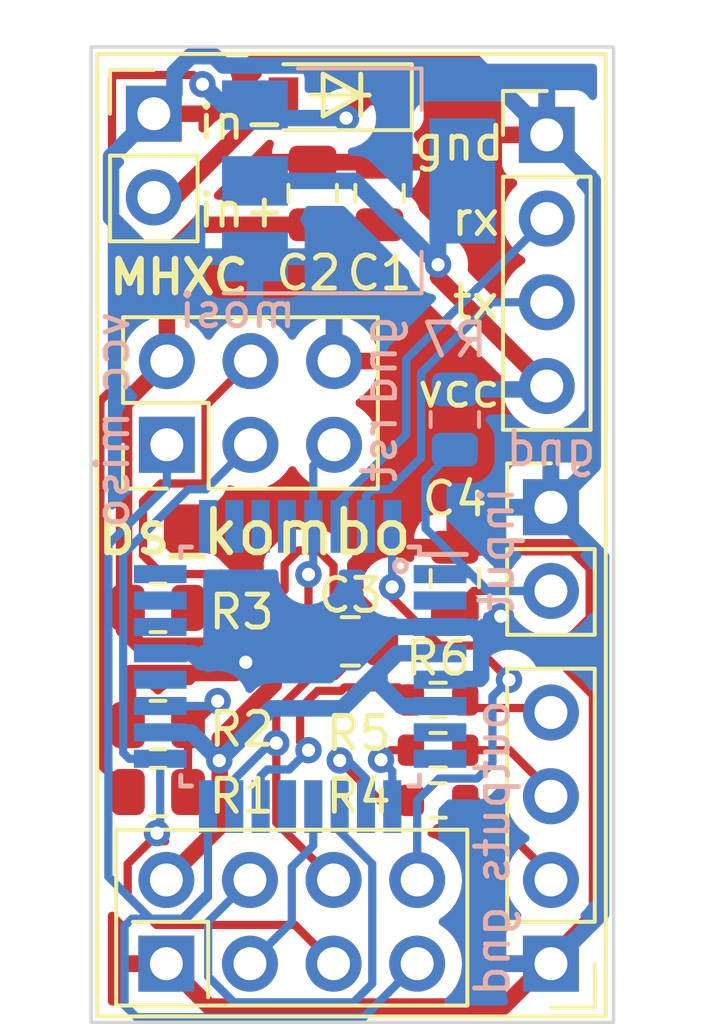
<source format=kicad_pcb>
(kicad_pcb (version 20211014) (generator pcbnew)
  (layers (0 "F.Cu" signal) (31 "B.Cu" signal) (34 "B.Paste" user) (35 "F.Paste" user) (36 "B.SilkS" user "B.Silkscreen") (37 "F.SilkS" user "F.Silkscreen") (38 "B.Mask" user) (39 "F.Mask" user) (44 "Edge.Cuts" user))
  (net 0 "")
  (net 1 "GND")
  (net 3 "+3V3")
  (net 4 "Net-(C3-Pad1)")
  (net 6 "Net-(D1-Pad1)")
  (net 7 "Net-(D1-Pad2)")
  (net 11 "Net-(J3-Pad3)")
  (net 14 "Net-(J3-Pad1)")
  (net 15 "Net-(J3-Pad4)")
  (net 20 "Net-(U2-Pad30)")
  (net 21 "Net-(J5-Pad3)")
  (net 22 "Net-(J6-Pad2)")
  (net 24 "Net-(J6-Pad3)")
  (net 25 "Net-(J6-Pad4)")
  (net 26 "Net-(C4-Pad1)")
  (net 27 "Net-(R1-Pad2)")
  (net 28 "Net-(R4-Pad2)")
  (net 29 "Net-(R5-Pad2)")
  (net 30 "Net-(R6-Pad2)")
  (net 31 "Net-(U2-Pad11)")
  (net 32 "Net-(U2-Pad12)")
  (net 33 "Net-(U2-Pad32)")
  (footprint "Capacitor_SMD:C_0805_2012Metric" (layer "F.Cu") (at 116.459 67.691 90)
    (fp_text reference "C4" (at 2.413 0) (layer "F.SilkS"))
    (fp_text value "100n")
    (fp_line (start -0.261252 -0.735) (end 0.261252 -0.735) (layer "F.SilkS") (width 0.12))
    (fp_line (start -0.261252 0.735) (end 0.261252 0.735) (layer "F.SilkS") (width 0.12))
    (pad "1" smd roundrect (at -0.95 0 90) (size 1 1.45) (layers "F.Cu" "F.Paste" "F.Mask") (net 26 "Net-(C4-Pad1)"))
    (pad "2" smd roundrect (at 0.95 0 90) (size 1 1.45) (layers "F.Cu" "F.Paste" "F.Mask") (net 1 "GND"))
  )
  (footprint "Connector_PinHeader_2.54mm:PinHeader_1x02_P2.54mm_Vertical" (layer "F.Cu") (at 119.38 65.527)
    (fp_text reference "J7" hide)
    (fp_text value "Conn_01x02")
    (fp_line (start -1.33 1.27) (end 1.33 1.27) (layer "F.SilkS") (width 0.12))
    (fp_line (start -1.33 -1.33) (end 0 -1.33) (layer "F.SilkS") (width 0.12))
    (fp_line (start -1.33 0) (end -1.33 -1.33) (layer "F.SilkS") (width 0.12))
    (fp_line (start 1.33 1.27) (end 1.33 3.87) (layer "F.SilkS") (width 0.12))
    (fp_line (start -1.33 1.27) (end -1.33 3.87) (layer "F.SilkS") (width 0.12))
    (fp_line (start -1.33 3.87) (end 1.33 3.87) (layer "F.SilkS") (width 0.12))
    (pad "1" thru_hole rect (at 0 0) (size 1.7 1.7) (drill 1) (layers *.Cu *.Mask) (net 1 "GND"))
    (pad "2" thru_hole oval (at 0 2.54) (size 1.7 1.7) (drill 1) (layers *.Cu *.Mask) (net 26 "Net-(C4-Pad1)"))
  )
  (footprint "RF_Module:nRF24L01_Breakout" (layer "F.Cu") (at 107.696 79.375 90)
    (fp_text reference "U3" hide)
    (fp_text value "NRF24L01_Breakout")
    (fp_line (start -1.27 9.144) (end -1.27 -1.524) (layer "F.SilkS") (width 0.12))
    (fp_line (start 27.6 13.35) (end -1.6 13.35) (layer "F.SilkS") (width 0.12))
    (fp_line (start 1.27 1.27) (end -1.016 1.27) (layer "F.SilkS") (width 0.12))
    (fp_line (start 4.064 -1.524) (end 4.064 9.144) (layer "F.SilkS") (width 0.12))
    (fp_line (start -1.27 -1.524) (end 4.064 -1.524) (layer "F.SilkS") (width 0.12))
    (fp_line (start -1.27 -1.524) (end -1.27 -1.524) (layer "F.SilkS") (width 0.12))
    (fp_line (start 4.064 9.144) (end -1.27 9.144) (layer "F.SilkS") (width 0.12))
    (fp_line (start 27.6 -2.1) (end 27.6 13.35) (layer "F.SilkS") (width 0.12))
    (fp_line (start -1.6 13.35) (end -1.6 -2.1) (layer "F.SilkS") (width 0.12))
    (fp_line (start 1.27 -1.016) (end 1.27 1.27) (layer "F.SilkS") (width 0.12))
    (fp_line (start -1.27 9.144) (end -1.27 9.144) (layer "F.SilkS") (width 0.12))
    (fp_line (start -1.6 -2.1) (end -1.6 -2.1) (layer "F.SilkS") (width 0.12))
    (fp_line (start -1.016 1.27) (end -1.016 1.27) (layer "F.SilkS") (width 0.12))
    (fp_line (start -1.6 -2.1) (end 27.6 -2.1) (layer "F.SilkS") (width 0.12))
    (pad "1" thru_hole rect (at 0 0 90) (size 1.7 1.7) (drill 1) (layers *.Cu *.Mask) (net 1 "GND"))
    (pad "2" thru_hole circle (at 2.54 0 90) (size 1.7 1.7) (drill 1) (layers *.Cu *.Mask) (net 3 "+3V3"))
    (pad "3" thru_hole circle (at 0 2.54 90) (size 1.7 1.7) (drill 1) (layers *.Cu *.Mask) (net 32 "Net-(U2-Pad12)"))
    (pad "4" thru_hole circle (at 2.54 2.54 90) (size 1.7 1.7) (drill 1) (layers *.Cu *.Mask) (net 31 "Net-(U2-Pad11)"))
    (pad "5" thru_hole circle (at 0 5.08 90) (size 1.7 1.7) (drill 1) (layers *.Cu *.Mask) (net 11 "Net-(J3-Pad3)"))
    (pad "6" thru_hole circle (at 2.54 5.08 90) (size 1.7 1.7) (drill 1) (layers *.Cu *.Mask) (net 15 "Net-(J3-Pad4)"))
    (pad "7" thru_hole circle (at 0 7.62 90) (size 1.7 1.7) (drill 1) (layers *.Cu *.Mask) (net 14 "Net-(J3-Pad1)"))
    (pad "8" thru_hole circle (at 2.54 7.62 90) (size 1.7 1.7) (drill 1) (layers *.Cu *.Mask) (net 33 "Net-(U2-Pad32)"))
  )
  (footprint "Resistor_SMD:R_0805_2012Metric" (layer "F.Cu") (at 107.442 72.136 180)
    (fp_text reference "R2" (at -2.54 -0.127) (layer "F.SilkS"))
    (fp_text value "4,7k")
    (fp_line (start -0.227064 0.735) (end 0.227064 0.735) (layer "F.SilkS") (width 0.12))
    (fp_line (start -0.227064 -0.735) (end 0.227064 -0.735) (layer "F.SilkS") (width 0.12))
    (pad "1" smd roundrect (at -0.9125 0 180) (size 1.025 1.4) (layers "F.Cu" "F.Paste" "F.Mask") (roundrect_rratio 0.243902439) (net 27 "Net-(R1-Pad2)"))
    (pad "2" smd roundrect (at 0.9125 0 180) (size 1.025 1.4) (layers "F.Cu" "F.Paste" "F.Mask") (roundrect_rratio 0.243902439) (net 1 "GND"))
  )
  (footprint "Diode_SMD:D_SOD-123" (layer "F.Cu") (at 112.903 53.086 180)
    (fp_text reference "D1" hide)
    (fp_text value "1N4148W")
    (fp_line (start -2.25 -1) (end 1.65 -1) (layer "F.SilkS") (width 0.12))
    (fp_line (start -2.25 1) (end 1.65 1) (layer "F.SilkS") (width 0.12))
    (fp_line (start -2.25 -1) (end -2.25 1) (layer "F.SilkS") (width 0.12))
    (pad "1" smd rect (at -1.65 0 180) (size 0.9 1.2) (layers "F.Cu" "F.Paste" "F.Mask") (net 6 "Net-(D1-Pad1)"))
    (pad "2" smd rect (at 1.65 0 180) (size 0.9 1.2) (layers "F.Cu" "F.Paste" "F.Mask") (net 7 "Net-(D1-Pad2)"))
  )
  (footprint "Capacitor_SMD:C_0805_2012Metric" (layer "F.Cu") (at 114.173 56.007 90)
    (fp_text reference "C1" (at -2.413 0 180) (layer "F.SilkS"))
    (fp_text value "100n")
    (fp_line (start -0.261252 0.735) (end 0.261252 0.735) (layer "F.SilkS") (width 0.12))
    (fp_line (start -0.261252 -0.735) (end 0.261252 -0.735) (layer "F.SilkS") (width 0.12))
    (pad "1" smd roundrect (at -0.95 0 90) (size 1 1.45) (layers "F.Cu" "F.Paste" "F.Mask") (net 3 "+3V3"))
    (pad "2" smd roundrect (at 0.95 0 90) (size 1 1.45) (layers "F.Cu" "F.Paste" "F.Mask") (net 1 "GND"))
  )
  (footprint "Capacitor_SMD:C_0805_2012Metric" (layer "F.Cu") (at 112.141 56.007 90)
    (fp_text reference "C2" (at -2.413 -0.127 180) (layer "F.SilkS"))
    (fp_text value "10u")
    (fp_line (start -0.261252 -0.735) (end 0.261252 -0.735) (layer "F.SilkS") (width 0.12))
    (fp_line (start -0.261252 0.735) (end 0.261252 0.735) (layer "F.SilkS") (width 0.12))
    (pad "1" smd roundrect (at -0.95 0 90) (size 1 1.45) (layers "F.Cu" "F.Paste" "F.Mask") (net 3 "+3V3"))
    (pad "2" smd roundrect (at 0.95 0 90) (size 1 1.45) (layers "F.Cu" "F.Paste" "F.Mask") (net 1 "GND"))
  )
  (footprint "Resistor_SMD:R_0603_1608Metric" (layer "F.Cu") (at 115.951 71.374 180)
    (fp_text reference "R6" (at 0 1.27) (layer "F.SilkS"))
    (fp_text value "620")
    (fp_line (start -0.237258 -0.5225) (end 0.237258 -0.5225) (layer "F.SilkS") (width 0.12))
    (fp_line (start -0.237258 0.5225) (end 0.237258 0.5225) (layer "F.SilkS") (width 0.12))
    (pad "1" smd roundrect (at -0.825 0 180) (size 0.8 0.95) (layers "F.Cu" "F.Paste" "F.Mask") (net 25 "Net-(J6-Pad4)"))
    (pad "2" smd roundrect (at 0.825 0 180) (size 0.8 0.95) (layers "F.Cu" "F.Paste" "F.Mask") (net 30 "Net-(R6-Pad2)"))
  )
  (footprint "Connector_PinHeader_2.54mm:PinHeader_2x03_P2.54mm_Vertical" (layer "F.Cu") (at 107.711 63.632 90)
    (fp_text reference "J3" hide)
    (fp_text value "AVR-ISP-6")
    (fp_line (start -1.33 1.27) (end -1.33 6.41) (layer "F.SilkS") (width 0.12))
    (fp_line (start 1.27 -1.33) (end 3.87 -1.33) (layer "F.SilkS") (width 0.12))
    (fp_line (start -1.33 6.41) (end 3.87 6.41) (layer "F.SilkS") (width 0.12))
    (fp_line (start 1.27 1.27) (end 1.27 -1.33) (layer "F.SilkS") (width 0.12))
    (fp_line (start -1.33 1.27) (end 1.27 1.27) (layer "F.SilkS") (width 0.12))
    (fp_line (start 3.87 -1.33) (end 3.87 6.41) (layer "F.SilkS") (width 0.12))
    (fp_line (start -1.33 -1.33) (end 0 -1.33) (layer "F.SilkS") (width 0.12))
    (fp_line (start -1.33 0) (end -1.33 -1.33) (layer "F.SilkS") (width 0.12))
    (pad "1" thru_hole rect (at 0 0 90) (size 1.7 1.7) (drill 1) (layers *.Cu *.Mask) (net 14 "Net-(J3-Pad1)"))
    (pad "2" thru_hole oval (at 2.54 0 90) (size 1.7 1.7) (drill 1) (layers *.Cu *.Mask) (net 3 "+3V3"))
    (pad "3" thru_hole oval (at 0 2.54 90) (size 1.7 1.7) (drill 1) (layers *.Cu *.Mask) (net 11 "Net-(J3-Pad3)"))
    (pad "4" thru_hole oval (at 2.54 2.54 90) (size 1.7 1.7) (drill 1) (layers *.Cu *.Mask) (net 15 "Net-(J3-Pad4)"))
    (pad "5" thru_hole oval (at 0 5.08 90) (size 1.7 1.7) (drill 1) (layers *.Cu *.Mask) (net 4 "Net-(C3-Pad1)"))
    (pad "6" thru_hole oval (at 2.54 5.08 90) (size 1.7 1.7) (drill 1) (layers *.Cu *.Mask) (net 1 "GND"))
  )
  (footprint "Capacitor_SMD:C_0805_2012Metric" (layer "F.Cu") (at 113.284 69.596)
    (fp_text reference "C3" (at 0 -1.397) (layer "F.SilkS"))
    (fp_text value "100n")
    (fp_line (start -0.261252 -0.735) (end 0.261252 -0.735) (layer "F.SilkS") (width 0.12))
    (fp_line (start -0.261252 0.735) (end 0.261252 0.735) (layer "F.SilkS") (width 0.12))
    (pad "1" smd roundrect (at -0.95 0) (size 1 1.45) (layers "F.Cu" "F.Paste" "F.Mask") (net 4 "Net-(C3-Pad1)"))
    (pad "2" smd roundrect (at 0.95 0) (size 1 1.45) (layers "F.Cu" "F.Paste" "F.Mask") (net 1 "GND"))
  )
  (footprint "Connector_PinHeader_2.54mm:PinHeader_1x04_P2.54mm_Vertical" (layer "F.Cu") (at 119.253 54.229)
    (fp_text reference "J5" hide)
    (fp_text value "Conn_01x04")
    (fp_line (start -1.33 0) (end -1.33 -1.33) (layer "F.SilkS") (width 0.12))
    (fp_line (start -1.33 1.27) (end 1.33 1.27) (layer "F.SilkS") (width 0.12))
    (fp_line (start -1.33 -1.33) (end 0 -1.33) (layer "F.SilkS") (width 0.12))
    (fp_line (start -1.33 8.95) (end 1.33 8.95) (layer "F.SilkS") (width 0.12))
    (fp_line (start 1.33 1.27) (end 1.33 8.95) (layer "F.SilkS") (width 0.12))
    (fp_line (start -1.33 1.27) (end -1.33 8.95) (layer "F.SilkS") (width 0.12))
    (pad "1" thru_hole rect (at 0 0) (size 1.7 1.7) (drill 1) (layers *.Cu *.Mask) (net 1 "GND"))
    (pad "2" thru_hole oval (at 0 2.54) (size 1.7 1.7) (drill 1) (layers *.Cu *.Mask) (net 20 "Net-(U2-Pad30)"))
    (pad "3" thru_hole oval (at 0 5.08) (size 1.7 1.7) (drill 1) (layers *.Cu *.Mask) (net 21 "Net-(J5-Pad3)"))
    (pad "4" thru_hole oval (at 0 7.62) (size 1.7 1.7) (drill 1) (layers *.Cu *.Mask) (net 3 "+3V3"))
  )
  (footprint "Connector_PinHeader_2.54mm:PinHeader_1x04_P2.54mm_Vertical" (layer "F.Cu") (at 119.38 79.375 180)
    (fp_text reference "J6" hide)
    (fp_text value "Conn_01x04")
    (fp_line (start -1.33 -1.33) (end 0 -1.33) (layer "F.SilkS") (width 0.12))
    (fp_line (start -1.33 8.95) (end 1.33 8.95) (layer "F.SilkS") (width 0.12))
    (fp_line (start 1.33 1.27) (end 1.33 8.95) (layer "F.SilkS") (width 0.12))
    (fp_line (start -1.33 1.27) (end 1.33 1.27) (layer "F.SilkS") (width 0.12))
    (fp_line (start -1.33 0) (end -1.33 -1.33) (layer "F.SilkS") (width 0.12))
    (fp_line (start -1.33 1.27) (end -1.33 8.95) (layer "F.SilkS") (width 0.12))
    (pad "1" thru_hole rect (at 0 0 180) (size 1.7 1.7) (drill 1) (layers *.Cu *.Mask) (net 1 "GND"))
    (pad "2" thru_hole oval (at 0 2.54 180) (size 1.7 1.7) (drill 1) (layers *.Cu *.Mask) (net 22 "Net-(J6-Pad2)"))
    (pad "3" thru_hole oval (at 0 5.08 180) (size 1.7 1.7) (drill 1) (layers *.Cu *.Mask) (net 24 "Net-(J6-Pad3)"))
    (pad "4" thru_hole oval (at 0 7.62 180) (size 1.7 1.7) (drill 1) (layers *.Cu *.Mask) (net 25 "Net-(J6-Pad4)"))
  )
  (footprint "Resistor_SMD:R_0603_1608Metric" (layer "F.Cu") (at 115.951 74.422 180)
    (fp_text reference "R4" (at 2.413 0.127) (layer "F.SilkS"))
    (fp_text value "620")
    (fp_line (start -0.237258 -0.5225) (end 0.237258 -0.5225) (layer "F.SilkS") (width 0.12))
    (fp_line (start -0.237258 0.5225) (end 0.237258 0.5225) (layer "F.SilkS") (width 0.12))
    (pad "1" smd roundrect (at -0.825 0 180) (size 0.8 0.95) (layers "F.Cu" "F.Paste" "F.Mask") (net 22 "Net-(J6-Pad2)"))
    (pad "2" smd roundrect (at 0.825 0 180) (size 0.8 0.95) (layers "F.Cu" "F.Paste" "F.Mask") (net 28 "Net-(R4-Pad2)"))
  )
  (footprint "Resistor_SMD:R_0805_2012Metric" (layer "F.Cu") (at 107.442 74.168)
    (fp_text reference "R1" (at 2.54 0.127) (layer "F.SilkS"))
    (fp_text value "4,7k")
    (fp_line (start -0.227064 -0.735) (end 0.227064 -0.735) (layer "F.SilkS") (width 0.12))
    (fp_line (start -0.227064 0.735) (end 0.227064 0.735) (layer "F.SilkS") (width 0.12))
    (pad "1" smd roundrect (at -0.9125 0) (size 1.025 1.4) (layers "F.Cu" "F.Paste" "F.Mask") (roundrect_rratio 0.243902439) (net 6 "Net-(D1-Pad1)"))
    (pad "2" smd roundrect (at 0.9125 0) (size 1.025 1.4) (layers "F.Cu" "F.Paste" "F.Mask") (roundrect_rratio 0.243902439) (net 27 "Net-(R1-Pad2)"))
  )
  (footprint "Resistor_SMD:R_0603_1608Metric" (layer "F.Cu") (at 115.951 72.898 180)
    (fp_text reference "R5" (at 2.413 0.508) (layer "F.SilkS"))
    (fp_text value "620")
    (fp_line (start -0.237258 -0.5225) (end 0.237258 -0.5225) (layer "F.SilkS") (width 0.12))
    (fp_line (start -0.237258 0.5225) (end 0.237258 0.5225) (layer "F.SilkS") (width 0.12))
    (pad "1" smd roundrect (at -0.825 0 180) (size 0.8 0.95) (layers "F.Cu" "F.Paste" "F.Mask") (net 24 "Net-(J6-Pad3)"))
    (pad "2" smd roundrect (at 0.825 0 180) (size 0.8 0.95) (layers "F.Cu" "F.Paste" "F.Mask") (net 29 "Net-(R5-Pad2)"))
  )
  (footprint "Resistor_SMD:R_0805_2012Metric" (layer "F.Cu") (at 107.442 68.58)
    (fp_text reference "R3" (at 2.54 0.127) (layer "F.SilkS"))
    (fp_text value "10k")
    (fp_line (start -0.227064 0.735) (end 0.227064 0.735) (layer "F.SilkS") (width 0.12))
    (fp_line (start -0.227064 -0.735) (end 0.227064 -0.735) (layer "F.SilkS") (width 0.12))
    (pad "1" smd roundrect (at -0.9125 0) (size 1.025 1.4) (layers "F.Cu" "F.Paste" "F.Mask") (roundrect_rratio 0.243902439) (net 3 "+3V3"))
    (pad "2" smd roundrect (at 0.9125 0) (size 1.025 1.4) (layers "F.Cu" "F.Paste" "F.Mask") (roundrect_rratio 0.243902439) (net 4 "Net-(C3-Pad1)"))
  )
  (footprint "Connector_PinHeader_2.54mm:PinHeader_1x02_P2.54mm_Vertical" (layer "F.Cu") (at 107.315 53.589)
    (fp_text reference "J1" hide)
    (fp_text value "Conn_01x02")
    (fp_line (start -1.33 1.27) (end 1.33 1.27) (layer "F.SilkS") (width 0.12))
    (fp_line (start -1.33 3.87) (end 1.33 3.87) (layer "F.SilkS") (width 0.12))
    (fp_line (start -1.33 0) (end -1.33 -1.33) (layer "F.SilkS") (width 0.12))
    (fp_line (start -1.33 1.27) (end -1.33 3.87) (layer "F.SilkS") (width 0.12))
    (fp_line (start -1.33 -1.33) (end 0 -1.33) (layer "F.SilkS") (width 0.12))
    (fp_line (start 1.33 1.27) (end 1.33 3.87) (layer "F.SilkS") (width 0.12))
    (pad "1" thru_hole rect (at 0 0) (size 1.7 1.7) (drill 1) (layers *.Cu *.Mask) (net 1 "GND"))
    (pad "2" thru_hole oval (at 0 2.54) (size 1.7 1.7) (drill 1) (layers *.Cu *.Mask) (net 7 "Net-(D1-Pad2)"))
  )
  (footprint "Package_QFP:TQFP-32_7x7mm_P0.8mm" (layer "B.Cu") (at 111.76 70.358 180)
    (fp_text reference "U2" hide)
    (fp_text value "ATmega8A-A")
    (fp_line (start 3.625 3.625) (end 3.3 3.625) (layer "B.SilkS") (width 0.15))
    (fp_line (start 3.625 3.625) (end 3.625 3.3) (layer "B.SilkS") (width 0.15))
    (fp_line (start -3.625 3.625) (end -3.625 3.4) (layer "B.SilkS") (width 0.15))
    (fp_line (start 3.625 -3.625) (end 3.3 -3.625) (layer "B.SilkS") (width 0.15))
    (fp_line (start -3.625 3.4) (end -5.05 3.4) (layer "B.SilkS") (width 0.15))
    (fp_line (start 3.625 -3.625) (end 3.625 -3.3) (layer "B.SilkS") (width 0.15))
    (fp_line (start -3.625 -3.625) (end -3.3 -3.625) (layer "B.SilkS") (width 0.15))
    (fp_line (start -3.625 -3.625) (end -3.625 -3.3) (layer "B.SilkS") (width 0.15))
    (fp_line (start -3.625 3.625) (end -3.3 3.625) (layer "B.SilkS") (width 0.15))
    (pad "1" smd rect (at -4.25 2.8 180) (size 1.6 0.55) (layers "B.Cu" "B.Paste" "B.Mask") (net 26 "Net-(C4-Pad1)"))
    (pad "2" smd rect (at -4.25 2 180) (size 1.6 0.55) (layers "B.Cu" "B.Paste" "B.Mask"))
    (pad "3" smd rect (at -4.25 1.2 180) (size 1.6 0.55) (layers "B.Cu" "B.Paste" "B.Mask") (net 1 "GND"))
    (pad "4" smd rect (at -4.25 0.4 180) (size 1.6 0.55) (layers "B.Cu" "B.Paste" "B.Mask") (net 3 "+3V3"))
    (pad "5" smd rect (at -4.25 -0.4 180) (size 1.6 0.55) (layers "B.Cu" "B.Paste" "B.Mask") (net 1 "GND"))
    (pad "6" smd rect (at -4.25 -1.2 180) (size 1.6 0.55) (layers "B.Cu" "B.Paste" "B.Mask") (net 3 "+3V3"))
    (pad "7" smd rect (at -4.25 -2 180) (size 1.6 0.55) (layers "B.Cu" "B.Paste" "B.Mask"))
    (pad "8" smd rect (at -4.25 -2.8 180) (size 1.6 0.55) (layers "B.Cu" "B.Paste" "B.Mask"))
    (pad "9" smd rect (at -2.8 -4.25 90) (size 1.6 0.55) (layers "B.Cu" "B.Paste" "B.Mask") (net 29 "Net-(R5-Pad2)"))
    (pad "10" smd rect (at -2 -4.25 90) (size 1.6 0.55) (layers "B.Cu" "B.Paste" "B.Mask") (net 28 "Net-(R4-Pad2)"))
    (pad "11" smd rect (at -1.2 -4.25 90) (size 1.6 0.55) (layers "B.Cu" "B.Paste" "B.Mask") (net 31 "Net-(U2-Pad11)"))
    (pad "12" smd rect (at -0.4 -4.25 90) (size 1.6 0.55) (layers "B.Cu" "B.Paste" "B.Mask") (net 32 "Net-(U2-Pad12)"))
    (pad "13" smd rect (at 0.4 -4.25 90) (size 1.6 0.55) (layers "B.Cu" "B.Paste" "B.Mask"))
    (pad "14" smd rect (at 1.2 -4.25 90) (size 1.6 0.55) (layers "B.Cu" "B.Paste" "B.Mask") (net 30 "Net-(R6-Pad2)"))
    (pad "15" smd rect (at 2 -4.25 90) (size 1.6 0.55) (layers "B.Cu" "B.Paste" "B.Mask") (net 15 "Net-(J3-Pad4)"))
    (pad "16" smd rect (at 2.8 -4.25 90) (size 1.6 0.55) (layers "B.Cu" "B.Paste" "B.Mask") (net 14 "Net-(J3-Pad1)"))
    (pad "17" smd rect (at 4.25 -2.8 180) (size 1.6 0.55) (layers "B.Cu" "B.Paste" "B.Mask") (net 11 "Net-(J3-Pad3)"))
    (pad "18" smd rect (at 4.25 -2 180) (size 1.6 0.55) (layers "B.Cu" "B.Paste" "B.Mask") (net 3 "+3V3"))
    (pad "19" smd rect (at 4.25 -1.2 180) (size 1.6 0.55) (layers "B.Cu" "B.Paste" "B.Mask") (net 27 "Net-(R1-Pad2)"))
    (pad "20" smd rect (at 4.25 -0.4 180) (size 1.6 0.55) (layers "B.Cu" "B.Paste" "B.Mask"))
    (pad "21" smd rect (at 4.25 0.4 180) (size 1.6 0.55) (layers "B.Cu" "B.Paste" "B.Mask") (net 1 "GND"))
    (pad "22" smd rect (at 4.25 1.2 180) (size 1.6 0.55) (layers "B.Cu" "B.Paste" "B.Mask"))
    (pad "23" smd rect (at 4.25 2 180) (size 1.6 0.55) (layers "B.Cu" "B.Paste" "B.Mask"))
    (pad "24" smd rect (at 4.25 2.8 180) (size 1.6 0.55) (layers "B.Cu" "B.Paste" "B.Mask"))
    (pad "25" smd rect (at 2.8 4.25 90) (size 1.6 0.55) (layers "B.Cu" "B.Paste" "B.Mask"))
    (pad "26" smd rect (at 2 4.25 90) (size 1.6 0.55) (layers "B.Cu" "B.Paste" "B.Mask"))
    (pad "27" smd rect (at 1.2 4.25 90) (size 1.6 0.55) (layers "B.Cu" "B.Paste" "B.Mask"))
    (pad "28" smd rect (at 0.4 4.25 90) (size 1.6 0.55) (layers "B.Cu" "B.Paste" "B.Mask"))
    (pad "29" smd rect (at -0.4 4.25 90) (size 1.6 0.55) (layers "B.Cu" "B.Paste" "B.Mask") (net 4 "Net-(C3-Pad1)"))
    (pad "30" smd rect (at -1.2 4.25 90) (size 1.6 0.55) (layers "B.Cu" "B.Paste" "B.Mask") (net 20 "Net-(U2-Pad30)"))
    (pad "31" smd rect (at -2 4.25 90) (size 1.6 0.55) (layers "B.Cu" "B.Paste" "B.Mask") (net 21 "Net-(J5-Pad3)"))
    (pad "32" smd rect (at -2.8 4.25 90) (size 1.6 0.55) (layers "B.Cu" "B.Paste" "B.Mask") (net 33 "Net-(U2-Pad32)"))
  )
  (footprint "Resistor_SMD:R_0805_2012Metric" (layer "B.Cu") (at 116.459 62.865 -90)
    (fp_text reference "R7" (at -2.413 0) (layer "B.SilkS") (effects (justify mirror)))
    (fp_text value "10k")
    (fp_line (start -0.227064 -0.735) (end 0.227064 -0.735) (layer "B.SilkS") (width 0.12))
    (fp_line (start -0.227064 0.735) (end 0.227064 0.735) (layer "B.SilkS") (width 0.12))
    (pad "1" smd roundrect (at -0.9125 0 270) (size 1.025 1.4) (layers "B.Cu" "B.Paste" "B.Mask") (roundrect_rratio 0.243902439) (net 3 "+3V3"))
    (pad "2" smd roundrect (at 0.9125 0 270) (size 1.025 1.4) (layers "B.Cu" "B.Paste" "B.Mask") (roundrect_rratio 0.243902439) (net 26 "Net-(C4-Pad1)"))
  )
  (footprint "Package_TO_SOT_SMD:SOT-223-3_TabPin2" (layer "B.Cu") (at 113.538 55.626)
    (fp_text reference "U1" hide)
    (fp_text value "AMS1117-3.3")
    (fp_line (start 1.91 -3.41) (end 1.91 -2.15) (layer "B.SilkS") (width 0.12))
    (fp_line (start -1.85 -3.41) (end 1.91 -3.41) (layer "B.SilkS") (width 0.12))
    (fp_line (start -4.1 3.41) (end 1.91 3.41) (layer "B.SilkS") (width 0.12))
    (fp_line (start 1.91 3.41) (end 1.91 2.15) (layer "B.SilkS") (width 0.12))
    (pad "1" smd rect (at -3.15 2.3) (size 2 1.5) (layers "B.Cu" "B.Paste" "B.Mask") (net 1 "GND"))
    (pad "2" smd rect (at -3.15 0) (size 2 1.5) (layers "B.Cu" "B.Paste" "B.Mask") (net 3 "+3V3"))
    (pad "2" smd rect (at 3.15 0) (size 2 3.8) (layers "B.Cu" "B.Paste" "B.Mask") (net 3 "+3V3"))
    (pad "3" smd rect (at -3.15 -2.3) (size 2 1.5) (layers "B.Cu" "B.Paste" "B.Mask") (net 6 "Net-(D1-Pad1)"))
  )
  (gr_circle (center 114.808 67.31) (end 114.681 67.437) (layer "B.SilkS") (width 0.15) (fill none))
  (gr_line (start 112.4585 53.6575) (end 113.6015 53.0225) (layer "F.SilkS") (width 0.15))
  (gr_line (start 112.4585 52.3875) (end 113.6015 53.0225) (layer "F.SilkS") (width 0.15))
  (gr_line (start 113.6015 52.3875) (end 113.6015 53.6575) (layer "F.SilkS") (width 0.15))
  (gr_line (start 112.4585 52.3875) (end 112.4585 53.6575) (layer "F.SilkS") (width 0.15))
  (gr_line (start 113.8555 53.0225) (end 112.0775 53.0225) (layer "F.SilkS") (width 0.15))
  (gr_line (start 121.285 81.153) (end 105.41 81.153) (layer "Edge.Cuts") (width 0.1))
  (gr_line (start 105.41 51.562) (end 121.285 51.562) (layer "Edge.Cuts") (width 0.1))
  (gr_line (start 121.285 51.562) (end 121.285 81.153) (layer "Edge.Cuts") (width 0.1))
  (gr_line (start 105.41 81.153) (end 105.41 51.562) (layer "Edge.Cuts") (width 0.1))
  (gr_text "rst" (at 114.173 63.754 90) (layer "B.SilkS") (effects (font (size 1 1)) (justify mirror)))
  (gr_text "gnd" (at 114.173 61.087 90) (layer "B.SilkS") (effects (font (size 1 1)) (justify mirror)))
  (gr_text "miso" (at 106.045 64.389 90) (layer "B.SilkS") (effects (font (size 1 1)) (justify mirror)))
  (gr_text "vcc" (at 106.045 60.833 90) (layer "B.SilkS") (effects (font (size 1 1)) (justify mirror)))
  (gr_text "input" (at 117.729 66.802 90) (layer "B.SilkS") (effects (font (size 1 1)) (justify mirror)))
  (gr_text "outputs" (at 117.602 74.168 90) (layer "B.SilkS") (effects (font (size 1 1)) (justify mirror)))
  (gr_text "mosi" (at 109.855 59.563) (layer "B.SilkS") (effects (font (size 1 1)) (justify mirror)))
  (gr_text "gnd" (at 117.602 78.994 90) (layer "B.SilkS") (effects (font (size 1 1)) (justify mirror)))
  (gr_text "gnd" (at 119.38 63.754) (layer "B.SilkS") (effects (font (size 1 1)) (justify mirror)))
  (gr_text "vcc" (at 116.586 61.976) (layer "F.SilkS") (effects (font (size 1 1))))
  (gr_text "in-" (at 109.982 53.848) (layer "F.SilkS") (effects (font (size 1 1))))
  (gr_text "MHXC" (at 108.077 58.547) (layer "F.SilkS") (effects (font (size 1 1) (thickness 0.2))))
  (gr_text "gnd" (at 116.586 54.483) (layer "F.SilkS") (effects (font (size 1 1))))
  (gr_text "in+" (at 109.982 56.515) (layer "F.SilkS") (effects (font (size 1 1))))
  (gr_text "rx" (at 117.094 56.769) (layer "F.SilkS") (effects (font (size 1 1))))
  (gr_text "bs_kombo" (at 110.363 66.294) (layer "F.SilkS") (effects (font (size 1.3 1.3) (thickness 0.2))))
  (gr_text "tx" (at 117.094 59.309) (layer "F.SilkS") (effects (font (size 1 1))))
  (segment (start 117.856 68.834) (end 118.745 69.723) (width 0.5) (layer "F.Cu") (net 1))
  (segment (start 120.081 66.741) (end 120.68 67.34) (width 0.5) (layer "F.Cu") (net 1))
  (segment (start 120.68 68.931) (end 119.888 69.723) (width 0.5) (layer "F.Cu") (net 1))
  (segment (start 116.459 66.741) (end 120.081 66.741) (width 0.5) (layer "F.Cu") (net 1))
  (segment (start 119.888 69.723) (end 118.745 69.723) (width 0.5) (layer "F.Cu") (net 1))
  (segment (start 113.98 66.741) (end 113.436586 67.284414) (width 0.5) (layer "F.Cu") (net 1))
  (segment (start 119.38 79.238) (end 117.943 80.675) (width 0.5) (layer "F.Cu") (net 1))
  (segment (start 113.436586 68.300414) (end 113.734 68.597828) (width 0.5) (layer "F.Cu") (net 1))
  (segment (start 110.353 52.036) (end 117.06 52.036) (width 0.5) (layer "F.Cu") (net 1))
  (segment (start 106.5295 70.6355) (end 106.606688 70.558312) (width 0.5) (layer "F.Cu") (net 1))
  (segment (start 113.734 69.096) (end 114.234 69.596) (width 0.5) (layer "F.Cu") (net 1))
  (segment (start 120.777 77.841) (end 119.38 79.238) (width 0.5) (layer "F.Cu") (net 1))
  (segment (start 116.459 66.741) (end 113.98 66.741) (width 0.5) (layer "F.Cu") (net 1))
  (segment (start 110.353 52.334) (end 110.353 52.036) (width 0.5) (layer "F.Cu") (net 1))
  (segment (start 107.315 53.589) (end 109.098 53.589) (width 0.5) (layer "F.Cu") (net 1))
  (segment (start 109.098 53.589) (end 110.353 52.334) (width 0.5) (layer "F.Cu") (net 1))
  (segment (start 108.996 80.675) (end 107.696 79.375) (width 0.5) (layer "F.Cu") (net 1))
  (segment (start 120.68 67.34) (end 120.68 68.931) (width 0.5) (layer "F.Cu") (net 1))
  (segment (start 106.5295 72.136) (end 106.5295 70.6355) (width 0.5) (layer "F.Cu") (net 1))
  (segment (start 109.781688 70.558312) (end 110.109 70.231) (width 0.5) (layer "F.Cu") (net 1))
  (segment (start 106.606688 70.558312) (end 109.781688 70.558312) (width 0.5) (layer "F.Cu") (net 1))
  (segment (start 117.06 52.036) (end 119.253 54.229) (width 0.5) (layer "F.Cu") (net 1))
  (segment (start 113.436586 67.284414) (end 113.436586 68.300414) (width 0.5) (layer "F.Cu") (net 1))
  (segment (start 118.745 69.723) (end 119.323478 69.723) (width 0.5) (layer "F.Cu") (net 1))
  (segment (start 120.777 71.176522) (end 120.777 77.841) (width 0.5) (layer "F.Cu") (net 1))
  (segment (start 117.943 80.675) (end 108.996 80.675) (width 0.5) (layer "F.Cu") (net 1))
  (segment (start 113.734 68.597828) (end 113.734 69.096) (width 0.5) (layer "F.Cu") (net 1))
  (segment (start 119.323478 69.723) (end 120.777 71.176522) (width 0.5) (layer "F.Cu") (net 1))
  (via (at 110.109 70.231) (size 0.8) (drill 0.4) (layers "F.Cu" "B.Cu") (net 1))
  (via (at 117.856 68.834) (size 0.8) (drill 0.4) (layers "F.Cu" "B.Cu") (net 1))
  (segment (start 110.109 70.231) (end 113.44705 70.231) (width 0.5) (layer "B.Cu") (net 1))
  (segment (start 117.15 52.126) (end 119.253 54.229) (width 0.5) (layer "B.Cu") (net 1))
  (segment (start 120.65 55.626) (end 120.65 64.257) (width 0.5) (layer "B.Cu") (net 1))
  (segment (start 106.015 56.739) (end 107.202 57.926) (width 0.5) (layer "B.Cu") (net 1))
  (segment (start 114.52005 69.158) (end 116.01 69.158) (width 0.5) (layer "B.Cu") (net 1))
  (segment (start 119.253 54.229) (end 120.65 55.626) (width 0.5) (layer "B.Cu") (net 1))
  (segment (start 107.315 53.589) (end 106.015 54.889) (width 0.5) (layer "B.Cu") (net 1))
  (segment (start 117.204 70.739) (end 117.26 70.683) (width 0.5) (layer "B.Cu") (net 1))
  (segment (start 109.144644 51.843062) (end 109.427582 52.126) (width 0.5) (layer "B.Cu") (net 1))
  (segment (start 107.51 69.958) (end 108.487 69.958) (width 0.5) (layer "B.Cu") (net 1))
  (segment (start 107.202 57.926) (end 110.388 57.926) (width 0.5) (layer "B.Cu") (net 1))
  (segment (start 117.019 69.158) (end 116.01 69.158) (width 0.5) (layer "B.Cu") (net 1))
  (segment (start 113.44705 70.231) (end 114.52005 69.158) (width 0.5) (layer "B.Cu") (net 1))
  (segment (start 108.76 70.231) (end 110.109 70.231) (width 0.5) (layer "B.Cu") (net 1))
  (segment (start 107.942562 52.961438) (end 107.942562 52.34098) (width 0.5) (layer "B.Cu") (net 1))
  (segment (start 117.26 69.399) (end 117.019 69.158) (width 0.5) (layer "B.Cu") (net 1))
  (segment (start 106.015 54.889) (end 106.015 56.739) (width 0.5) (layer "B.Cu") (net 1))
  (segment (start 108.44048 51.843062) (end 109.144644 51.843062) (width 0.5) (layer "B.Cu") (net 1))
  (segment (start 120.65 64.257) (end 119.38 65.527) (width 0.5) (layer "B.Cu") (net 1))
  (segment (start 107.942562 52.34098) (end 108.44048 51.843062) (width 0.5) (layer "B.Cu") (net 1))
  (segment (start 108.487 69.958) (end 108.76 70.231) (width 0.5) (layer "B.Cu") (net 1))
  (segment (start 107.315 53.589) (end 107.942562 52.961438) (width 0.5) (layer "B.Cu") (net 1))
  (segment (start 109.427582 52.126) (end 117.15 52.126) (width 0.5) (layer "B.Cu") (net 1))
  (segment (start 117.26 70.683) (end 117.26 69.399) (width 0.5) (layer "B.Cu") (net 1))
  (segment (start 116.029 70.739) (end 117.204 70.739) (width 0.5) (layer "B.Cu") (net 1))
  (segment (start 120.904 67.051) (end 120.904 77.851) (width 0.5) (layer "B.Cu") (net 1))
  (segment (start 119.38 65.527) (end 120.904 67.051) (width 0.5) (layer "B.Cu") (net 1))
  (segment (start 120.904 77.851) (end 119.38 79.375) (width 0.5) (layer "B.Cu") (net 1))
  (segment (start 116.01 70.758) (end 116.029 70.739) (width 0.5) (layer "B.Cu") (net 1))
  (segment (start 106.5295 68.58) (end 106.411 68.4615) (width 0.5) (layer "F.Cu") (net 3))
  (segment (start 109.317 75.214) (end 109.317 72.547) (width 0.5) (layer "F.Cu") (net 3))
  (segment (start 108.651 56.957) (end 107.711 57.897) (width 0.5) (layer "F.Cu") (net 3))
  (segment (start 110.959 69.878918) (end 110.431082 69.351) (width 0.5) (layer "F.Cu") (net 3))
  (segment (start 112.141 56.957) (end 114.742 56.957) (width 0.5) (layer "F.Cu") (net 3))
  (segment (start 114.742 56.957) (end 115.951 58.166) (width 0.5) (layer "F.Cu") (net 3))
  (segment (start 112.141 56.957) (end 108.651 56.957) (width 0.5) (layer "F.Cu") (net 3))
  (segment (start 115.951 58.166) (end 115.951 58.547) (width 0.5) (layer "F.Cu") (net 3))
  (segment (start 115.951 58.547) (end 119.253 61.849) (width 0.5) (layer "F.Cu") (net 3))
  (segment (start 108.906949 69.73) (end 106.897 69.73) (width 0.5) (layer "F.Cu") (net 3))
  (segment (start 109.317 72.547) (end 110.959 70.905) (width 0.5) (layer "F.Cu") (net 3))
  (segment (start 110.959 70.905) (end 110.959 69.878918) (width 0.5) (layer "F.Cu") (net 3))
  (segment (start 110.431082 69.351) (end 109.285949 69.351) (width 0.5) (layer "F.Cu") (net 3))
  (segment (start 106.411 62.392) (end 107.711 61.092) (width 0.5) (layer "F.Cu") (net 3))
  (segment (start 106.411 69.244) (end 106.411 62.392) (width 0.5) (layer "F.Cu") (net 3))
  (segment (start 106.411 68.4615) (end 106.411 62.392) (width 0.5) (layer "F.Cu") (net 3))
  (segment (start 107.711 57.897) (end 107.711 61.092) (width 0.5) (layer "F.Cu") (net 3))
  (segment (start 106.7 62.103) (end 107.711 61.092) (width 0.5) (layer "F.Cu") (net 3))
  (segment (start 106.897 69.73) (end 106.411 69.244) (width 0.5) (layer "F.Cu") (net 3))
  (segment (start 107.696 76.835) (end 109.317 75.214) (width 0.5) (layer "F.Cu") (net 3))
  (segment (start 109.285949 69.351) (end 108.906949 69.73) (width 0.5) (layer "F.Cu") (net 3))
  (via (at 109.304414 73.212531) (size 0.8) (drill 0.4) (layers "F.Cu" "B.Cu") (net 3))
  (via (at 115.951 58.166) (size 0.8) (drill 0.4) (layers "F.Cu" "B.Cu") (net 3))
  (segment (start 116.01 69.958) (end 114.71 69.958) (width 0.5) (layer "B.Cu") (net 3))
  (segment (start 119.1495 61.9525) (end 119.253 61.849) (width 0.5) (layer "B.Cu") (net 3))
  (segment (start 115.951 58.166) (end 115.951 56.363) (width 0.5) (layer "B.Cu") (net 3))
  (segment (start 114.173 70.495) (end 114.173 70.896) (width 0.5) (layer "B.Cu") (net 3))
  (segment (start 107.51 72.358) (end 108.449883 72.358) (width 0.5) (layer "B.Cu") (net 3))
  (segment (start 116.459 61.9525) (end 119.1495 61.9525) (width 0.5) (layer "B.Cu") (net 3))
  (segment (start 110.388 55.626) (end 113.411 55.626) (width 0.5) (layer "B.Cu") (net 3))
  (segment (start 113.04 71.628) (end 114.71 69.958) (width 0.5) (layer "B.Cu") (net 3))
  (segment (start 109.304414 73.212531) (end 110.888945 71.628) (width 0.5) (layer "B.Cu") (net 3))
  (segment (start 113.411 55.626) (end 115.951 58.166) (width 0.5) (layer "B.Cu") (net 3))
  (segment (start 114.71 69.958) (end 114.173 70.495) (width 0.5) (layer "B.Cu") (net 3))
  (segment (start 115.951 56.363) (end 116.688 55.626) (width 0.5) (layer "B.Cu") (net 3))
  (segment (start 108.449883 72.358) (end 109.304414 73.212531) (width 0.5) (layer "B.Cu") (net 3))
  (segment (start 114.835 71.558) (end 116.01 71.558) (width 0.5) (layer "B.Cu") (net 3))
  (segment (start 114.173 70.896) (end 114.835 71.558) (width 0.5) (layer "B.Cu") (net 3))
  (segment (start 110.888945 71.628) (end 113.04 71.628) (width 0.5) (layer "B.Cu") (net 3))
  (segment (start 112.014 69.276) (end 112.334 69.596) (width 0.25) (layer "F.Cu") (net 4))
  (segment (start 109.439777 68.776) (end 110.813 68.776) (width 0.25) (layer "F.Cu") (net 4))
  (segment (start 108.3545 68.58) (end 109.243777 68.58) (width 0.25) (layer "F.Cu") (net 4))
  (segment (start 109.243777 68.58) (end 109.439777 68.776) (width 0.25) (layer "F.Cu") (net 4))
  (segment (start 111.633 69.596) (end 112.334 69.596) (width 0.25) (layer "F.Cu") (net 4))
  (segment (start 110.813 68.776) (end 111.633 69.596) (width 0.25) (layer "F.Cu") (net 4))
  (segment (start 112.014 67.564) (end 112.014 69.276) (width 0.25) (layer "F.Cu") (net 4))
  (via (at 112.014 67.564) (size 0.8) (drill 0.4) (layers "F.Cu" "B.Cu") (net 4))
  (segment (start 112.16 66.108) (end 112.16 67.418) (width 0.25) (layer "B.Cu") (net 4))
  (segment (start 112.16 67.418) (end 112.014 67.564) (width 0.25) (layer "B.Cu") (net 4))
  (segment (start 112.791 63.632) (end 112.16 64.263) (width 0.25) (layer "B.Cu") (net 4))
  (segment (start 112.16 64.263) (end 112.16 66.108) (width 0.25) (layer "B.Cu") (net 4))
  (segment (start 106.045 61.944827) (end 105.692 62.297827) (width 0.25) (layer "F.Cu") (net 6))
  (segment (start 113.792 53.086) (end 113.157 53.721) (width 0.5) (layer "F.Cu") (net 6))
  (segment (start 108.5135 52.414) (end 106.14 52.414) (width 0.25) (layer "F.Cu") (net 6))
  (segment (start 106.14 52.414) (end 106.045 52.509) (width 0.25) (layer "F.Cu") (net 6))
  (segment (start 105.692 73.3305) (end 106.5295 74.168) (width 0.25) (layer "F.Cu") (net 6))
  (segment (start 105.692 62.297827) (end 105.692 73.3305) (width 0.25) (layer "F.Cu") (net 6))
  (segment (start 106.045 52.509) (end 106.045 61.944827) (width 0.25) (layer "F.Cu") (net 6))
  (segment (start 114.553 53.086) (end 113.792 53.086) (width 0.5) (layer "F.Cu") (net 6))
  (segment (start 108.792562 52.693062) (end 108.5135 52.414) (width 0.25) (layer "F.Cu") (net 6))
  (via (at 108.792562 52.693062) (size 0.8) (drill 0.4) (layers "F.Cu" "B.Cu") (net 6))
  (via (at 113.157 53.721) (size 0.8) (drill 0.4) (layers "F.Cu" "B.Cu") (net 6))
  (segment (start 110.783 53.721) (end 110.388 53.326) (width 0.5) (layer "B.Cu") (net 6))
  (segment (start 113.157 53.721) (end 110.783 53.721) (width 0.5) (layer "B.Cu") (net 6))
  (segment (start 108.792562 52.693062) (end 109.4255 53.326) (width 0.5) (layer "B.Cu") (net 6))
  (segment (start 109.4255 53.326) (end 110.388 53.326) (width 0.5) (layer "B.Cu") (net 6))
  (segment (start 107.315 56.129) (end 107.955 56.129) (width 0.5) (layer "F.Cu") (net 7))
  (segment (start 107.955 56.129) (end 110.998 53.086) (width 0.5) (layer "F.Cu") (net 7))
  (segment (start 110.998 53.086) (end 111.253 53.086) (width 0.5) (layer "F.Cu") (net 7))
  (segment (start 106.521 76.348299) (end 106.521 77.321701) (width 0.25) (layer "F.Cu") (net 11))
  (segment (start 107.658084 75.66) (end 107.209299 75.66) (width 0.25) (layer "F.Cu") (net 11))
  (segment (start 107.411729 75.413645) (end 107.658084 75.66) (width 0.25) (layer "F.Cu") (net 11))
  (segment (start 107.399299 78.2) (end 111.601 78.2) (width 0.25) (layer "F.Cu") (net 11))
  (segment (start 107.209299 75.66) (end 106.521 76.348299) (width 0.25) (layer "F.Cu") (net 11))
  (segment (start 106.521 77.321701) (end 107.399299 78.2) (width 0.25) (layer "F.Cu") (net 11))
  (segment (start 111.601 78.2) (end 112.776 79.375) (width 0.25) (layer "F.Cu") (net 11))
  (via (at 107.411729 75.413645) (size 0.8) (drill 0.4) (layers "F.Cu" "B.Cu") (net 11))
  (segment (start 107.51 75.315374) (end 107.51 73.158) (width 0.25) (layer "B.Cu") (net 11))
  (segment (start 107.411729 75.413645) (end 107.51 75.315374) (width 0.25) (layer "B.Cu") (net 11))
  (segment (start 106.385 66.958) (end 106.385 72.975) (width 0.25) (layer "B.Cu") (net 11))
  (segment (start 106.568 73.158) (end 107.51 73.158) (width 0.25) (layer "B.Cu") (net 11))
  (segment (start 108.36 64.983) (end 106.385 66.958) (width 0.25) (layer "B.Cu") (net 11))
  (segment (start 110.251 63.632) (end 108.9 64.983) (width 0.25) (layer "B.Cu") (net 11))
  (segment (start 108.9 64.983) (end 108.36 64.983) (width 0.25) (layer "B.Cu") (net 11))
  (segment (start 106.385 72.975) (end 106.568 73.158) (width 0.25) (layer "B.Cu") (net 11))
  (segment (start 106.426 80.636444) (end 106.426 78.232) (width 0.25) (layer "B.Cu") (net 14))
  (segment (start 106.648 78.01) (end 108.182701 78.01) (width 0.25) (layer "B.Cu") (net 14))
  (segment (start 107.711 64.882) (end 105.935 66.658) (width 0.25) (layer "B.Cu") (net 14))
  (segment (start 108.96 77.355001) (end 108.96 74.608) (width 0.25) (layer "B.Cu") (net 14))
  (segment (start 108.182701 78.01) (end 108.96 77.232701) (width 0.25) (layer "B.Cu") (net 14))
  (segment (start 105.935 66.658) (end 105.935 76.735701) (width 0.25) (layer "B.Cu") (net 14))
  (segment (start 106.789556 81) (end 106.426 80.636444) (width 0.25) (layer "B.Cu") (net 14))
  (segment (start 115.316 79.375) (end 113.691 81) (width 0.25) (layer "B.Cu") (net 14))
  (segment (start 108.96 77.232701) (end 108.96 74.608) (width 0.25) (layer "B.Cu") (net 14))
  (segment (start 106.426 78.232) (end 106.648 78.01) (width 0.25) (layer "B.Cu") (net 14))
  (segment (start 113.691 81) (end 106.789556 81) (width 0.25) (layer "B.Cu") (net 14))
  (segment (start 108.305001 78.01) (end 108.96 77.355001) (width 0.25) (layer "B.Cu") (net 14))
  (segment (start 107.711 63.632) (end 107.711 64.882) (width 0.25) (layer "B.Cu") (net 14))
  (segment (start 105.935 76.735701) (end 107.209299 78.01) (width 0.25) (layer "B.Cu") (net 14))
  (segment (start 107.209299 78.01) (end 108.305001 78.01) (width 0.25) (layer "B.Cu") (net 14))
  (segment (start 111.713695 66.839) (end 111.289 67.263695) (width 0.25) (layer "F.Cu") (net 15))
  (segment (start 113.159 70.309173) (end 113.159 68.882827) (width 0.25) (layer "F.Cu") (net 15))
  (segment (start 108.886 62.457) (end 110.251 61.092) (width 0.25) (layer "F.Cu") (net 15))
  (segment (start 111.03616 72.682161) (end 111.03616 71.71684) (width 0.25) (layer "F.Cu") (net 15))
  (segment (start 108.886 64.807) (end 108.886 62.457) (width 0.25) (layer "F.Cu") (net 15))
  (segment (start 108.855173 67.555) (end 107.56 67.555) (width 0.25) (layer "F.Cu") (net 15))
  (segment (start 106.986 66.981) (end 106.986 65.353) (width 0.25) (layer "F.Cu") (net 15))
  (segment (start 106.986 65.353) (end 107.532 64.807) (width 0.25) (layer "F.Cu") (net 15))
  (segment (start 111.289 68.035) (end 110.998 68.326) (width 0.25) (layer "F.Cu") (net 15))
  (segment (start 113.159 68.882827) (end 112.776 68.499827) (width 0.25) (layer "F.Cu") (net 15))
  (segment (start 111.03616 75.09516) (end 112.776 76.835) (width 0.25) (layer "F.Cu") (net 15))
  (segment (start 112.314305 66.839) (end 111.713695 66.839) (width 0.25) (layer "F.Cu") (net 15))
  (segment (start 111.03616 72.682161) (end 111.03616 75.09516) (width 0.25) (layer "F.Cu") (net 15))
  (segment (start 112.776 68.499827) (end 112.776 67.300695) (width 0.25) (layer "F.Cu") (net 15))
  (segment (start 107.56 67.555) (end 106.986 66.981) (width 0.25) (layer "F.Cu") (net 15))
  (segment (start 111.03616 71.71684) (end 112.107 70.646) (width 0.25) (layer "F.Cu") (net 15))
  (segment (start 107.532 64.807) (end 108.886 64.807) (width 0.25) (layer "F.Cu") (net 15))
  (segment (start 111.289 67.263695) (end 111.289 68.035) (width 0.25) (layer "F.Cu") (net 15))
  (segment (start 110.998 68.326) (end 109.626173 68.326) (width 0.25) (layer "F.Cu") (net 15))
  (segment (start 112.776 67.300695) (end 112.314305 66.839) (width 0.25) (layer "F.Cu") (net 15))
  (segment (start 112.822173 70.646) (end 113.159 70.309173) (width 0.25) (layer "F.Cu") (net 15))
  (segment (start 109.626173 68.326) (end 108.855173 67.555) (width 0.25) (layer "F.Cu") (net 15))
  (segment (start 112.107 70.646) (end 112.822173 70.646) (width 0.25) (layer "F.Cu") (net 15))
  (via (at 111.03616 72.682161) (size 0.8) (drill 0.4) (layers "F.Cu" "B.Cu") (net 15))
  (segment (start 109.76 73.78225) (end 109.76 74.608) (width 0.25) (layer "B.Cu") (net 15))
  (segment (start 111.03616 72.682161) (end 110.860089 72.682161) (width 0.25) (layer "B.Cu") (net 15))
  (segment (start 110.860089 72.682161) (end 109.76 73.78225) (width 0.25) (layer "B.Cu") (net 15))
  (segment (start 114.984 61.038) (end 119.253 56.769) (width 0.25) (layer "B.Cu") (net 20))
  (segment (start 114.984 63.322604) (end 114.984 61.038) (width 0.25) (layer "B.Cu") (net 20))
  (segment (start 112.96 65.346604) (end 114.984 63.322604) (width 0.25) (layer "B.Cu") (net 20))
  (segment (start 112.96 66.108) (end 112.96 65.346604) (width 0.25) (layer "B.Cu") (net 20))
  (segment (start 113.96 64.983) (end 114.468 64.983) (width 0.25) (layer "B.Cu") (net 21))
  (segment (start 113.76 66.108) (end 113.76 65.183) (width 0.25) (layer "B.Cu") (net 21))
  (segment (start 113.76 65.183) (end 113.96 64.983) (width 0.25) (layer "B.Cu") (net 21))
  (segment (start 115.434 64.017) (end 115.434 61.451827) (width 0.25) (layer "B.Cu") (net 21))
  (segment (start 115.434 61.451827) (end 117.576827 59.309) (width 0.25) (layer "B.Cu") (net 21))
  (segment (start 114.468 64.983) (end 115.434 64.017) (width 0.25) (layer "B.Cu") (net 21))
  (segment (start 117.576827 59.309) (end 119.253 59.309) (width 0.25) (layer "B.Cu") (net 21))
  (segment (start 117.104 74.422) (end 119.38 76.698) (width 0.25) (layer "F.Cu") (net 22))
  (segment (start 116.776 74.422) (end 117.104 74.422) (width 0.25) (layer "F.Cu") (net 22))
  (segment (start 118.12 72.898) (end 119.38 74.158) (width 0.25) (layer "F.Cu") (net 24))
  (segment (start 116.776 72.898) (end 118.12 72.898) (width 0.25) (layer "F.Cu") (net 24))
  (segment (start 117.02 71.618) (end 119.38 71.618) (width 0.25) (layer "F.Cu") (net 25))
  (segment (start 116.776 71.374) (end 117.02 71.618) (width 0.25) (layer "F.Cu") (net 25))
  (segment (start 117.033 68.067) (end 116.459 68.641) (width 0.25) (layer "F.Cu") (net 26))
  (segment (start 119.38 68.067) (end 117.033 68.067) (width 0.25) (layer "F.Cu") (net 26))
  (segment (start 116.01 67.558) (end 116.935 67.558) (width 0.25) (layer "B.Cu") (net 26))
  (segment (start 117.47 68.067) (end 119.38 68.067) (width 0.25) (layer "B.Cu") (net 26))
  (segment (start 117.449 68.072) (end 119.375 68.072) (width 0.25) (layer "B.Cu") (net 26))
  (segment (start 116.459 63.7775) (end 115.57 64.6665) (width 0.25) (layer "B.Cu") (net 26))
  (segment (start 116.935 67.558) (end 117.449 68.072) (width 0.25) (layer "B.Cu") (net 26))
  (segment (start 119.375 68.072) (end 119.38 68.067) (width 0.25) (layer "B.Cu") (net 26))
  (segment (start 115.57 64.6665) (end 115.57 66.167) (width 0.25) (layer "B.Cu") (net 26))
  (segment (start 115.57 66.167) (end 117.47 68.067) (width 0.25) (layer "B.Cu") (net 26))
  (segment (start 109.254312 71.408312) (end 108.526624 72.136) (width 0.25) (layer "F.Cu") (net 27))
  (segment (start 108.526624 72.136) (end 108.3545 72.136) (width 0.25) (layer "F.Cu") (net 27))
  (segment (start 108.3545 74.168) (end 108.3545 72.136) (width 0.25) (layer "F.Cu") (net 27))
  (via (at 109.254312 71.408312) (size 0.8) (drill 0.4) (layers "F.Cu" "B.Cu") (net 27))
  (segment (start 109.104624 71.558) (end 107.51 71.558) (width 0.25) (layer "B.Cu") (net 27))
  (segment (start 109.254312 71.408312) (end 109.104624 71.558) (width 0.25) (layer "B.Cu") (net 27))
  (segment (start 114.177552 74.422) (end 115.126 74.422) (width 0.25) (layer "F.Cu") (net 28))
  (segment (start 112.96405 73.208498) (end 114.177552 74.422) (width 0.25) (layer "F.Cu") (net 28))
  (via (at 112.96405 73.208498) (size 0.8) (drill 0.4) (layers "F.Cu" "B.Cu") (net 28))
  (segment (start 112.96405 73.208498) (end 113.213498 73.208498) (width 0.25) (layer "B.Cu") (net 28))
  (segment (start 113.213498 73.208498) (end 113.76 73.755) (width 0.25) (layer "B.Cu") (net 28))
  (segment (start 113.76 73.755) (end 113.76 74.608) (width 0.25) (layer "B.Cu") (net 28))
  (segment (start 114.218457 73.188859) (end 114.509316 72.898) (width 0.25) (layer "F.Cu") (net 29))
  (segment (start 114.509316 72.898) (end 115.126 72.898) (width 0.25) (layer "F.Cu") (net 29))
  (via (at 114.218457 73.188859) (size 0.8) (drill 0.4) (layers "F.Cu" "B.Cu") (net 29))
  (segment (start 114.218457 73.188859) (end 114.56 73.530402) (width 0.25) (layer "B.Cu") (net 29))
  (segment (start 114.56 73.530402) (end 114.56 74.608) (width 0.25) (layer "B.Cu") (net 29))
  (segment (start 111.76 72.644) (end 111.76 71.629396) (width 0.25) (layer "F.Cu") (net 30))
  (segment (start 112.293396 71.096) (end 113.008569 71.096) (width 0.25) (layer "F.Cu") (net 30))
  (segment (start 114.745 70.993) (end 115.126 71.374) (width 0.25) (layer "F.Cu") (net 30))
  (segment (start 112.014 72.898) (end 111.76 72.644) (width 0.25) (layer "F.Cu") (net 30))
  (segment (start 111.76 71.629396) (end 112.293396 71.096) (width 0.25) (layer "F.Cu") (net 30))
  (segment (start 113.111569 70.993) (end 114.745 70.993) (width 0.25) (layer "F.Cu") (net 30))
  (segment (start 113.008569 71.096) (end 113.111569 70.993) (width 0.25) (layer "F.Cu") (net 30))
  (via (at 112.014 72.898) (size 0.8) (drill 0.4) (layers "F.Cu" "B.Cu") (net 30))
  (segment (start 110.56 73.683) (end 110.76 73.483) (width 0.25) (layer "B.Cu") (net 30))
  (segment (start 110.76 73.483) (end 111.429 73.483) (width 0.25) (layer "B.Cu") (net 30))
  (segment (start 111.429 73.483) (end 112.014 72.898) (width 0.25) (layer "B.Cu") (net 30))
  (segment (start 110.56 74.608) (end 110.56 73.683) (width 0.25) (layer "B.Cu") (net 30))
  (segment (start 108.966 79.766701) (end 108.966 78.105) (width 0.25) (layer "B.Cu") (net 31))
  (segment (start 108.966 78.105) (end 110.236 76.835) (width 0.25) (layer "B.Cu") (net 31))
  (segment (start 109.749299 80.55) (end 108.966 79.766701) (width 0.25) (layer "B.Cu") (net 31))
  (segment (start 113.951 79.978) (end 113.379 80.55) (width 0.25) (layer "B.Cu") (net 31))
  (segment (start 112.96 74.608) (end 112.96 75.357299) (width 0.25) (layer "B.Cu") (net 31))
  (segment (start 112.96 75.357299) (end 113.951 76.348299) (width 0.25) (layer "B.Cu") (net 31))
  (segment (start 113.379 80.55) (end 109.749299 80.55) (width 0.25) (layer "B.Cu") (net 31))
  (segment (start 113.951 76.348299) (end 113.951 79.978) (width 0.25) (layer "B.Cu") (net 31))
  (segment (start 111.506 76.443299) (end 111.506 78.105) (width 0.25) (layer "B.Cu") (net 32))
  (segment (start 111.506 78.105) (end 110.236 79.375) (width 0.25) (layer "B.Cu") (net 32))
  (segment (start 112.16 75.789299) (end 111.506 76.443299) (width 0.25) (layer "B.Cu") (net 32))
  (segment (start 112.16 74.608) (end 112.16 75.789299) (width 0.25) (layer "B.Cu") (net 32))
  (segment (start 116.002827 69.723) (end 114.554 68.274173) (width 0.25) (layer "F.Cu") (net 33))
  (segment (start 118.105775 70.762469) (end 117.066306 69.723) (width 0.25) (layer "F.Cu") (net 33))
  (segment (start 114.554 68.274173) (end 114.554 67.945) (width 0.25) (layer "F.Cu") (net 33))
  (segment (start 117.066306 69.723) (end 116.002827 69.723) (width 0.25) (layer "F.Cu") (net 33))
  (via (at 114.554 67.945) (size 0.8) (drill 0.4) (layers "F.Cu" "B.Cu") (net 33))
  (via (at 118.105775 70.762469) (size 0.8) (drill 0.4) (layers "F.Cu" "B.Cu") (net 33))
  (segment (start 115.98 73.758) (end 115.316 74.422) (width 0.25) (layer "B.Cu") (net 33))
  (segment (start 117.602 71.266244) (end 117.602 73.291) (width 0.25) (layer "B.Cu") (net 33))
  (segment (start 115.316 74.422) (end 115.316 76.835) (width 0.25) (layer "B.Cu") (net 33))
  (segment (start 114.554 66.114) (end 114.56 66.108) (width 0.25) (layer "B.Cu") (net 33))
  (segment (start 117.135 73.758) (end 115.98 73.758) (width 0.25) (layer "B.Cu") (net 33))
  (segment (start 114.554 67.945) (end 114.554 66.114) (width 0.25) (layer "B.Cu") (net 33))
  (segment (start 118.105775 70.762469) (end 117.602 71.266244) (width 0.25) (layer "B.Cu") (net 33))
  (segment (start 117.602 73.291) (end 117.135 73.758) (width 0.25) (layer "B.Cu") (net 33))
  (zone (net 1) (net_name "GND") (layers F&B.Cu) (connect_pads (clearance 0.508)) (min_thickness 0.254) (fill yes (thermal_gap 0.508) (thermal_bridge_width 0.508))
    (polygon (pts (xy 121.158 81.153) (xy 105.41 81.153) (xy 105.41 51.689) (xy 121.158 51.689)))
  )
)
</source>
